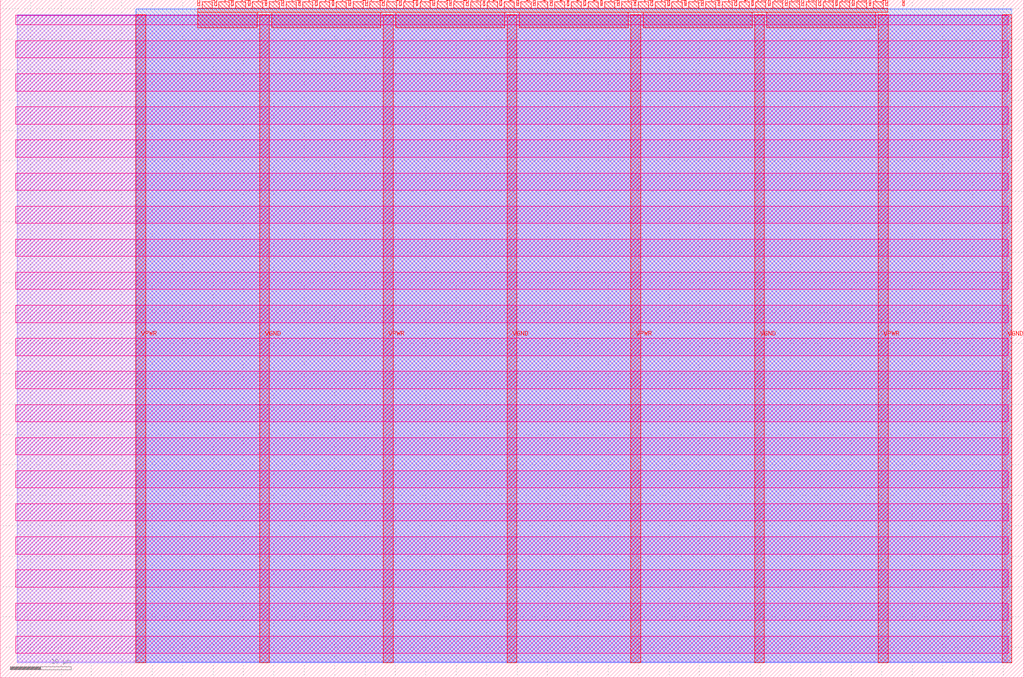
<source format=lef>
VERSION 5.7 ;
  NOWIREEXTENSIONATPIN ON ;
  DIVIDERCHAR "/" ;
  BUSBITCHARS "[]" ;
MACRO tt_um_wokwi_380119282165535745
  CLASS BLOCK ;
  FOREIGN tt_um_wokwi_380119282165535745 ;
  ORIGIN 0.000 0.000 ;
  SIZE 168.360 BY 111.520 ;
  PIN VGND
    DIRECTION INOUT ;
    USE GROUND ;
    PORT
      LAYER met4 ;
        RECT 42.670 2.480 44.270 109.040 ;
    END
    PORT
      LAYER met4 ;
        RECT 83.380 2.480 84.980 109.040 ;
    END
    PORT
      LAYER met4 ;
        RECT 124.090 2.480 125.690 109.040 ;
    END
    PORT
      LAYER met4 ;
        RECT 164.800 2.480 166.400 109.040 ;
    END
  END VGND
  PIN VPWR
    DIRECTION INOUT ;
    USE POWER ;
    PORT
      LAYER met4 ;
        RECT 22.315 2.480 23.915 109.040 ;
    END
    PORT
      LAYER met4 ;
        RECT 63.025 2.480 64.625 109.040 ;
    END
    PORT
      LAYER met4 ;
        RECT 103.735 2.480 105.335 109.040 ;
    END
    PORT
      LAYER met4 ;
        RECT 144.445 2.480 146.045 109.040 ;
    END
  END VPWR
  PIN clk
    DIRECTION INPUT ;
    USE SIGNAL ;
    ANTENNAGATEAREA 0.852000 ;
    PORT
      LAYER met4 ;
        RECT 145.670 110.520 145.970 111.520 ;
    END
  END clk
  PIN ena
    DIRECTION INPUT ;
    USE SIGNAL ;
    PORT
      LAYER met4 ;
        RECT 148.430 110.520 148.730 111.520 ;
    END
  END ena
  PIN rst_n
    DIRECTION INPUT ;
    USE SIGNAL ;
    ANTENNAGATEAREA 0.196500 ;
    PORT
      LAYER met4 ;
        RECT 142.910 110.520 143.210 111.520 ;
    END
  END rst_n
  PIN ui_in[0]
    DIRECTION INPUT ;
    USE SIGNAL ;
    PORT
      LAYER met4 ;
        RECT 140.150 110.520 140.450 111.520 ;
    END
  END ui_in[0]
  PIN ui_in[1]
    DIRECTION INPUT ;
    USE SIGNAL ;
    PORT
      LAYER met4 ;
        RECT 137.390 110.520 137.690 111.520 ;
    END
  END ui_in[1]
  PIN ui_in[2]
    DIRECTION INPUT ;
    USE SIGNAL ;
    PORT
      LAYER met4 ;
        RECT 134.630 110.520 134.930 111.520 ;
    END
  END ui_in[2]
  PIN ui_in[3]
    DIRECTION INPUT ;
    USE SIGNAL ;
    PORT
      LAYER met4 ;
        RECT 131.870 110.520 132.170 111.520 ;
    END
  END ui_in[3]
  PIN ui_in[4]
    DIRECTION INPUT ;
    USE SIGNAL ;
    PORT
      LAYER met4 ;
        RECT 129.110 110.520 129.410 111.520 ;
    END
  END ui_in[4]
  PIN ui_in[5]
    DIRECTION INPUT ;
    USE SIGNAL ;
    PORT
      LAYER met4 ;
        RECT 126.350 110.520 126.650 111.520 ;
    END
  END ui_in[5]
  PIN ui_in[6]
    DIRECTION INPUT ;
    USE SIGNAL ;
    PORT
      LAYER met4 ;
        RECT 123.590 110.520 123.890 111.520 ;
    END
  END ui_in[6]
  PIN ui_in[7]
    DIRECTION INPUT ;
    USE SIGNAL ;
    PORT
      LAYER met4 ;
        RECT 120.830 110.520 121.130 111.520 ;
    END
  END ui_in[7]
  PIN uio_in[0]
    DIRECTION INPUT ;
    USE SIGNAL ;
    PORT
      LAYER met4 ;
        RECT 118.070 110.520 118.370 111.520 ;
    END
  END uio_in[0]
  PIN uio_in[1]
    DIRECTION INPUT ;
    USE SIGNAL ;
    PORT
      LAYER met4 ;
        RECT 115.310 110.520 115.610 111.520 ;
    END
  END uio_in[1]
  PIN uio_in[2]
    DIRECTION INPUT ;
    USE SIGNAL ;
    PORT
      LAYER met4 ;
        RECT 112.550 110.520 112.850 111.520 ;
    END
  END uio_in[2]
  PIN uio_in[3]
    DIRECTION INPUT ;
    USE SIGNAL ;
    PORT
      LAYER met4 ;
        RECT 109.790 110.520 110.090 111.520 ;
    END
  END uio_in[3]
  PIN uio_in[4]
    DIRECTION INPUT ;
    USE SIGNAL ;
    PORT
      LAYER met4 ;
        RECT 107.030 110.520 107.330 111.520 ;
    END
  END uio_in[4]
  PIN uio_in[5]
    DIRECTION INPUT ;
    USE SIGNAL ;
    PORT
      LAYER met4 ;
        RECT 104.270 110.520 104.570 111.520 ;
    END
  END uio_in[5]
  PIN uio_in[6]
    DIRECTION INPUT ;
    USE SIGNAL ;
    PORT
      LAYER met4 ;
        RECT 101.510 110.520 101.810 111.520 ;
    END
  END uio_in[6]
  PIN uio_in[7]
    DIRECTION INPUT ;
    USE SIGNAL ;
    PORT
      LAYER met4 ;
        RECT 98.750 110.520 99.050 111.520 ;
    END
  END uio_in[7]
  PIN uio_oe[0]
    DIRECTION OUTPUT TRISTATE ;
    USE SIGNAL ;
    PORT
      LAYER met4 ;
        RECT 51.830 110.520 52.130 111.520 ;
    END
  END uio_oe[0]
  PIN uio_oe[1]
    DIRECTION OUTPUT TRISTATE ;
    USE SIGNAL ;
    PORT
      LAYER met4 ;
        RECT 49.070 110.520 49.370 111.520 ;
    END
  END uio_oe[1]
  PIN uio_oe[2]
    DIRECTION OUTPUT TRISTATE ;
    USE SIGNAL ;
    PORT
      LAYER met4 ;
        RECT 46.310 110.520 46.610 111.520 ;
    END
  END uio_oe[2]
  PIN uio_oe[3]
    DIRECTION OUTPUT TRISTATE ;
    USE SIGNAL ;
    PORT
      LAYER met4 ;
        RECT 43.550 110.520 43.850 111.520 ;
    END
  END uio_oe[3]
  PIN uio_oe[4]
    DIRECTION OUTPUT TRISTATE ;
    USE SIGNAL ;
    PORT
      LAYER met4 ;
        RECT 40.790 110.520 41.090 111.520 ;
    END
  END uio_oe[4]
  PIN uio_oe[5]
    DIRECTION OUTPUT TRISTATE ;
    USE SIGNAL ;
    PORT
      LAYER met4 ;
        RECT 38.030 110.520 38.330 111.520 ;
    END
  END uio_oe[5]
  PIN uio_oe[6]
    DIRECTION OUTPUT TRISTATE ;
    USE SIGNAL ;
    PORT
      LAYER met4 ;
        RECT 35.270 110.520 35.570 111.520 ;
    END
  END uio_oe[6]
  PIN uio_oe[7]
    DIRECTION OUTPUT TRISTATE ;
    USE SIGNAL ;
    PORT
      LAYER met4 ;
        RECT 32.510 110.520 32.810 111.520 ;
    END
  END uio_oe[7]
  PIN uio_out[0]
    DIRECTION OUTPUT TRISTATE ;
    USE SIGNAL ;
    PORT
      LAYER met4 ;
        RECT 73.910 110.520 74.210 111.520 ;
    END
  END uio_out[0]
  PIN uio_out[1]
    DIRECTION OUTPUT TRISTATE ;
    USE SIGNAL ;
    PORT
      LAYER met4 ;
        RECT 71.150 110.520 71.450 111.520 ;
    END
  END uio_out[1]
  PIN uio_out[2]
    DIRECTION OUTPUT TRISTATE ;
    USE SIGNAL ;
    PORT
      LAYER met4 ;
        RECT 68.390 110.520 68.690 111.520 ;
    END
  END uio_out[2]
  PIN uio_out[3]
    DIRECTION OUTPUT TRISTATE ;
    USE SIGNAL ;
    PORT
      LAYER met4 ;
        RECT 65.630 110.520 65.930 111.520 ;
    END
  END uio_out[3]
  PIN uio_out[4]
    DIRECTION OUTPUT TRISTATE ;
    USE SIGNAL ;
    PORT
      LAYER met4 ;
        RECT 62.870 110.520 63.170 111.520 ;
    END
  END uio_out[4]
  PIN uio_out[5]
    DIRECTION OUTPUT TRISTATE ;
    USE SIGNAL ;
    PORT
      LAYER met4 ;
        RECT 60.110 110.520 60.410 111.520 ;
    END
  END uio_out[5]
  PIN uio_out[6]
    DIRECTION OUTPUT TRISTATE ;
    USE SIGNAL ;
    PORT
      LAYER met4 ;
        RECT 57.350 110.520 57.650 111.520 ;
    END
  END uio_out[6]
  PIN uio_out[7]
    DIRECTION OUTPUT TRISTATE ;
    USE SIGNAL ;
    PORT
      LAYER met4 ;
        RECT 54.590 110.520 54.890 111.520 ;
    END
  END uio_out[7]
  PIN uo_out[0]
    DIRECTION OUTPUT TRISTATE ;
    USE SIGNAL ;
    ANTENNADIFFAREA 0.445500 ;
    PORT
      LAYER met4 ;
        RECT 95.990 110.520 96.290 111.520 ;
    END
  END uo_out[0]
  PIN uo_out[1]
    DIRECTION OUTPUT TRISTATE ;
    USE SIGNAL ;
    ANTENNADIFFAREA 0.445500 ;
    PORT
      LAYER met4 ;
        RECT 93.230 110.520 93.530 111.520 ;
    END
  END uo_out[1]
  PIN uo_out[2]
    DIRECTION OUTPUT TRISTATE ;
    USE SIGNAL ;
    ANTENNADIFFAREA 0.795200 ;
    PORT
      LAYER met4 ;
        RECT 90.470 110.520 90.770 111.520 ;
    END
  END uo_out[2]
  PIN uo_out[3]
    DIRECTION OUTPUT TRISTATE ;
    USE SIGNAL ;
    ANTENNADIFFAREA 0.445500 ;
    PORT
      LAYER met4 ;
        RECT 87.710 110.520 88.010 111.520 ;
    END
  END uo_out[3]
  PIN uo_out[4]
    DIRECTION OUTPUT TRISTATE ;
    USE SIGNAL ;
    ANTENNADIFFAREA 0.445500 ;
    PORT
      LAYER met4 ;
        RECT 84.950 110.520 85.250 111.520 ;
    END
  END uo_out[4]
  PIN uo_out[5]
    DIRECTION OUTPUT TRISTATE ;
    USE SIGNAL ;
    ANTENNADIFFAREA 0.795200 ;
    PORT
      LAYER met4 ;
        RECT 82.190 110.520 82.490 111.520 ;
    END
  END uo_out[5]
  PIN uo_out[6]
    DIRECTION OUTPUT TRISTATE ;
    USE SIGNAL ;
    ANTENNADIFFAREA 0.445500 ;
    PORT
      LAYER met4 ;
        RECT 79.430 110.520 79.730 111.520 ;
    END
  END uo_out[6]
  PIN uo_out[7]
    DIRECTION OUTPUT TRISTATE ;
    USE SIGNAL ;
    PORT
      LAYER met4 ;
        RECT 76.670 110.520 76.970 111.520 ;
    END
  END uo_out[7]
  OBS
      LAYER nwell ;
        RECT 2.570 107.385 165.790 108.990 ;
        RECT 2.570 101.945 165.790 104.775 ;
        RECT 2.570 96.505 165.790 99.335 ;
        RECT 2.570 91.065 165.790 93.895 ;
        RECT 2.570 85.625 165.790 88.455 ;
        RECT 2.570 80.185 165.790 83.015 ;
        RECT 2.570 74.745 165.790 77.575 ;
        RECT 2.570 69.305 165.790 72.135 ;
        RECT 2.570 63.865 165.790 66.695 ;
        RECT 2.570 58.425 165.790 61.255 ;
        RECT 2.570 52.985 165.790 55.815 ;
        RECT 2.570 47.545 165.790 50.375 ;
        RECT 2.570 42.105 165.790 44.935 ;
        RECT 2.570 36.665 165.790 39.495 ;
        RECT 2.570 31.225 165.790 34.055 ;
        RECT 2.570 25.785 165.790 28.615 ;
        RECT 2.570 20.345 165.790 23.175 ;
        RECT 2.570 14.905 165.790 17.735 ;
        RECT 2.570 9.465 165.790 12.295 ;
        RECT 2.570 4.025 165.790 6.855 ;
      LAYER li1 ;
        RECT 2.760 2.635 165.600 108.885 ;
      LAYER met1 ;
        RECT 2.760 2.480 166.400 109.040 ;
      LAYER met2 ;
        RECT 22.345 2.535 166.370 110.005 ;
      LAYER met3 ;
        RECT 22.325 2.555 166.390 109.985 ;
      LAYER met4 ;
        RECT 33.210 110.120 34.870 111.170 ;
        RECT 35.970 110.120 37.630 111.170 ;
        RECT 38.730 110.120 40.390 111.170 ;
        RECT 41.490 110.120 43.150 111.170 ;
        RECT 44.250 110.120 45.910 111.170 ;
        RECT 47.010 110.120 48.670 111.170 ;
        RECT 49.770 110.120 51.430 111.170 ;
        RECT 52.530 110.120 54.190 111.170 ;
        RECT 55.290 110.120 56.950 111.170 ;
        RECT 58.050 110.120 59.710 111.170 ;
        RECT 60.810 110.120 62.470 111.170 ;
        RECT 63.570 110.120 65.230 111.170 ;
        RECT 66.330 110.120 67.990 111.170 ;
        RECT 69.090 110.120 70.750 111.170 ;
        RECT 71.850 110.120 73.510 111.170 ;
        RECT 74.610 110.120 76.270 111.170 ;
        RECT 77.370 110.120 79.030 111.170 ;
        RECT 80.130 110.120 81.790 111.170 ;
        RECT 82.890 110.120 84.550 111.170 ;
        RECT 85.650 110.120 87.310 111.170 ;
        RECT 88.410 110.120 90.070 111.170 ;
        RECT 91.170 110.120 92.830 111.170 ;
        RECT 93.930 110.120 95.590 111.170 ;
        RECT 96.690 110.120 98.350 111.170 ;
        RECT 99.450 110.120 101.110 111.170 ;
        RECT 102.210 110.120 103.870 111.170 ;
        RECT 104.970 110.120 106.630 111.170 ;
        RECT 107.730 110.120 109.390 111.170 ;
        RECT 110.490 110.120 112.150 111.170 ;
        RECT 113.250 110.120 114.910 111.170 ;
        RECT 116.010 110.120 117.670 111.170 ;
        RECT 118.770 110.120 120.430 111.170 ;
        RECT 121.530 110.120 123.190 111.170 ;
        RECT 124.290 110.120 125.950 111.170 ;
        RECT 127.050 110.120 128.710 111.170 ;
        RECT 129.810 110.120 131.470 111.170 ;
        RECT 132.570 110.120 134.230 111.170 ;
        RECT 135.330 110.120 136.990 111.170 ;
        RECT 138.090 110.120 139.750 111.170 ;
        RECT 140.850 110.120 142.510 111.170 ;
        RECT 143.610 110.120 145.270 111.170 ;
        RECT 32.495 109.440 145.970 110.120 ;
        RECT 32.495 106.950 42.270 109.440 ;
        RECT 44.670 106.950 62.625 109.440 ;
        RECT 65.025 106.950 82.980 109.440 ;
        RECT 85.380 106.950 103.335 109.440 ;
        RECT 105.735 106.950 123.690 109.440 ;
        RECT 126.090 106.950 144.045 109.440 ;
  END
END tt_um_wokwi_380119282165535745
END LIBRARY


</source>
